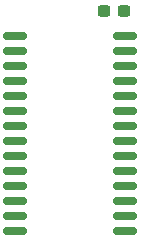
<source format=gbr>
%TF.GenerationSoftware,KiCad,Pcbnew,7.0.7*%
%TF.CreationDate,2025-03-10T13:51:10-04:00*%
%TF.ProjectId,6116 NVRAM,36313136-204e-4565-9241-4d2e6b696361,rev?*%
%TF.SameCoordinates,Original*%
%TF.FileFunction,Paste,Top*%
%TF.FilePolarity,Positive*%
%FSLAX46Y46*%
G04 Gerber Fmt 4.6, Leading zero omitted, Abs format (unit mm)*
G04 Created by KiCad (PCBNEW 7.0.7) date 2025-03-10 13:51:10*
%MOMM*%
%LPD*%
G01*
G04 APERTURE LIST*
G04 Aperture macros list*
%AMRoundRect*
0 Rectangle with rounded corners*
0 $1 Rounding radius*
0 $2 $3 $4 $5 $6 $7 $8 $9 X,Y pos of 4 corners*
0 Add a 4 corners polygon primitive as box body*
4,1,4,$2,$3,$4,$5,$6,$7,$8,$9,$2,$3,0*
0 Add four circle primitives for the rounded corners*
1,1,$1+$1,$2,$3*
1,1,$1+$1,$4,$5*
1,1,$1+$1,$6,$7*
1,1,$1+$1,$8,$9*
0 Add four rect primitives between the rounded corners*
20,1,$1+$1,$2,$3,$4,$5,0*
20,1,$1+$1,$4,$5,$6,$7,0*
20,1,$1+$1,$6,$7,$8,$9,0*
20,1,$1+$1,$8,$9,$2,$3,0*%
G04 Aperture macros list end*
%ADD10RoundRect,0.150000X-0.875000X-0.150000X0.875000X-0.150000X0.875000X0.150000X-0.875000X0.150000X0*%
%ADD11RoundRect,0.237500X0.300000X0.237500X-0.300000X0.237500X-0.300000X-0.237500X0.300000X-0.237500X0*%
G04 APERTURE END LIST*
D10*
%TO.C,U1*%
X143178000Y-70165000D03*
X143178000Y-71435000D03*
X143178000Y-72705000D03*
X143178000Y-73975000D03*
X143178000Y-75245000D03*
X143178000Y-76515000D03*
X143178000Y-77785000D03*
X143178000Y-79055000D03*
X143178000Y-80325000D03*
X143178000Y-81595000D03*
X143178000Y-82865000D03*
X143178000Y-84135000D03*
X143178000Y-85405000D03*
X143178000Y-86675000D03*
X152478000Y-86675000D03*
X152478000Y-85405000D03*
X152478000Y-84135000D03*
X152478000Y-82865000D03*
X152478000Y-81595000D03*
X152478000Y-80325000D03*
X152478000Y-79055000D03*
X152478000Y-77785000D03*
X152478000Y-76515000D03*
X152478000Y-75245000D03*
X152478000Y-73975000D03*
X152478000Y-72705000D03*
X152478000Y-71435000D03*
X152478000Y-70165000D03*
%TD*%
D11*
%TO.C,C1*%
X150675000Y-68072000D03*
X152400000Y-68072000D03*
%TD*%
M02*

</source>
